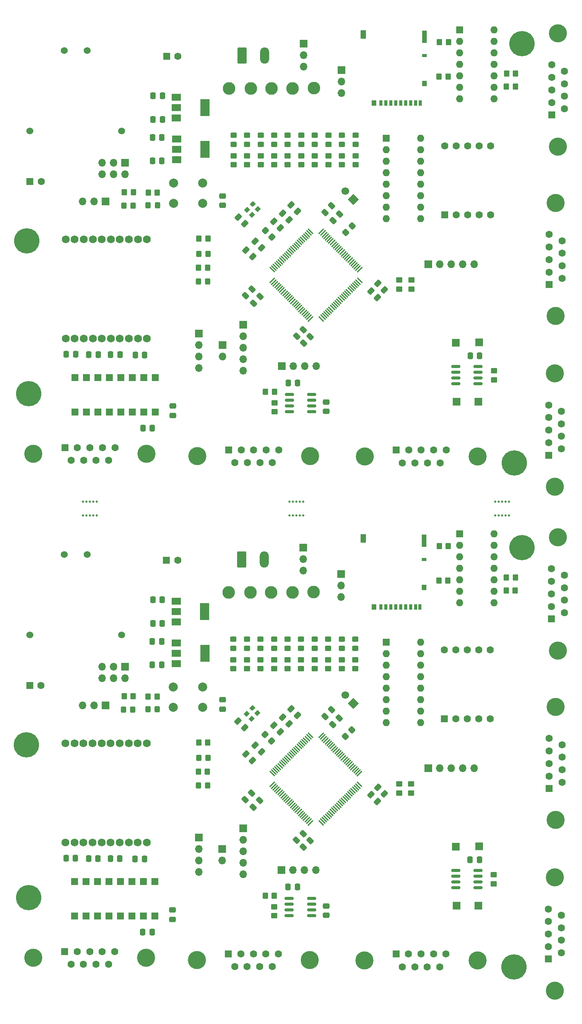
<source format=gbr>
%TF.GenerationSoftware,KiCad,Pcbnew,6.0.11-2627ca5db0~126~ubuntu20.04.1*%
%TF.CreationDate,2023-05-10T15:40:20+05:30*%
%TF.ProjectId,MVCU_F407,4d564355-5f46-4343-9037-2e6b69636164,rev?*%
%TF.SameCoordinates,Original*%
%TF.FileFunction,Soldermask,Top*%
%TF.FilePolarity,Negative*%
%FSLAX46Y46*%
G04 Gerber Fmt 4.6, Leading zero omitted, Abs format (unit mm)*
G04 Created by KiCad (PCBNEW 6.0.11-2627ca5db0~126~ubuntu20.04.1) date 2023-05-10 15:40:20*
%MOMM*%
%LPD*%
G01*
G04 APERTURE LIST*
G04 Aperture macros list*
%AMRoundRect*
0 Rectangle with rounded corners*
0 $1 Rounding radius*
0 $2 $3 $4 $5 $6 $7 $8 $9 X,Y pos of 4 corners*
0 Add a 4 corners polygon primitive as box body*
4,1,4,$2,$3,$4,$5,$6,$7,$8,$9,$2,$3,0*
0 Add four circle primitives for the rounded corners*
1,1,$1+$1,$2,$3*
1,1,$1+$1,$4,$5*
1,1,$1+$1,$6,$7*
1,1,$1+$1,$8,$9*
0 Add four rect primitives between the rounded corners*
20,1,$1+$1,$2,$3,$4,$5,0*
20,1,$1+$1,$4,$5,$6,$7,0*
20,1,$1+$1,$6,$7,$8,$9,0*
20,1,$1+$1,$8,$9,$2,$3,0*%
%AMHorizOval*
0 Thick line with rounded ends*
0 $1 width*
0 $2 $3 position (X,Y) of the first rounded end (center of the circle)*
0 $4 $5 position (X,Y) of the second rounded end (center of the circle)*
0 Add line between two ends*
20,1,$1,$2,$3,$4,$5,0*
0 Add two circle primitives to create the rounded ends*
1,1,$1,$2,$3*
1,1,$1,$4,$5*%
%AMRotRect*
0 Rectangle, with rotation*
0 The origin of the aperture is its center*
0 $1 length*
0 $2 width*
0 $3 Rotation angle, in degrees counterclockwise*
0 Add horizontal line*
21,1,$1,$2,0,0,$3*%
%AMOutline5P*
0 Free polygon, 5 corners , with rotation*
0 The origin of the aperture is its center*
0 number of corners: always 5*
0 $1 to $10 corner X, Y*
0 $11 Rotation angle, in degrees counterclockwise*
0 create outline with 5 corners*
4,1,5,$1,$2,$3,$4,$5,$6,$7,$8,$9,$10,$1,$2,$11*%
%AMOutline6P*
0 Free polygon, 6 corners , with rotation*
0 The origin of the aperture is its center*
0 number of corners: always 6*
0 $1 to $12 corner X, Y*
0 $13 Rotation angle, in degrees counterclockwise*
0 create outline with 6 corners*
4,1,6,$1,$2,$3,$4,$5,$6,$7,$8,$9,$10,$11,$12,$1,$2,$13*%
%AMOutline7P*
0 Free polygon, 7 corners , with rotation*
0 The origin of the aperture is its center*
0 number of corners: always 7*
0 $1 to $14 corner X, Y*
0 $15 Rotation angle, in degrees counterclockwise*
0 create outline with 7 corners*
4,1,7,$1,$2,$3,$4,$5,$6,$7,$8,$9,$10,$11,$12,$13,$14,$1,$2,$15*%
%AMOutline8P*
0 Free polygon, 8 corners , with rotation*
0 The origin of the aperture is its center*
0 number of corners: always 8*
0 $1 to $16 corner X, Y*
0 $17 Rotation angle, in degrees counterclockwise*
0 create outline with 8 corners*
4,1,8,$1,$2,$3,$4,$5,$6,$7,$8,$9,$10,$11,$12,$13,$14,$15,$16,$1,$2,$17*%
G04 Aperture macros list end*
%ADD10RoundRect,0.250000X-0.450000X0.325000X-0.450000X-0.325000X0.450000X-0.325000X0.450000X0.325000X0*%
%ADD11RoundRect,0.250000X-0.450000X0.350000X-0.450000X-0.350000X0.450000X-0.350000X0.450000X0.350000X0*%
%ADD12RoundRect,0.250000X0.325000X0.450000X-0.325000X0.450000X-0.325000X-0.450000X0.325000X-0.450000X0*%
%ADD13R,1.600000X1.600000*%
%ADD14O,1.600000X1.600000*%
%ADD15RoundRect,0.250000X-0.070711X0.565685X-0.565685X0.070711X0.070711X-0.565685X0.565685X-0.070711X0*%
%ADD16RoundRect,0.250000X-0.337500X-0.475000X0.337500X-0.475000X0.337500X0.475000X-0.337500X0.475000X0*%
%ADD17C,4.000000*%
%ADD18C,1.600000*%
%ADD19RoundRect,0.250000X-0.350000X-0.450000X0.350000X-0.450000X0.350000X0.450000X-0.350000X0.450000X0*%
%ADD20RoundRect,0.250000X0.574524X0.097227X0.097227X0.574524X-0.574524X-0.097227X-0.097227X-0.574524X0*%
%ADD21RoundRect,0.250000X-0.325000X-0.450000X0.325000X-0.450000X0.325000X0.450000X-0.325000X0.450000X0*%
%ADD22C,2.800000*%
%ADD23C,5.600000*%
%ADD24RoundRect,0.250000X0.097227X-0.574524X0.574524X-0.097227X-0.097227X0.574524X-0.574524X0.097227X0*%
%ADD25RoundRect,0.250000X0.350000X0.450000X-0.350000X0.450000X-0.350000X-0.450000X0.350000X-0.450000X0*%
%ADD26R,1.700000X1.700000*%
%ADD27O,1.700000X1.700000*%
%ADD28RoundRect,0.250000X-0.097227X0.574524X-0.574524X0.097227X0.097227X-0.574524X0.574524X-0.097227X0*%
%ADD29R,2.000000X1.500000*%
%ADD30R,2.000000X3.800000*%
%ADD31C,1.727200*%
%ADD32RoundRect,0.250000X0.337500X0.475000X-0.337500X0.475000X-0.337500X-0.475000X0.337500X-0.475000X0*%
%ADD33RotRect,1.700000X1.700000X225.000000*%
%ADD34HorizOval,1.700000X0.000000X0.000000X0.000000X0.000000X0*%
%ADD35C,0.500000*%
%ADD36RoundRect,0.250000X0.475000X-0.337500X0.475000X0.337500X-0.475000X0.337500X-0.475000X-0.337500X0*%
%ADD37R,0.700000X1.200000*%
%ADD38R,1.000000X0.800000*%
%ADD39R,1.300000X1.900000*%
%ADD40R,1.000000X1.200000*%
%ADD41R,1.000000X2.800000*%
%ADD42RoundRect,0.250000X-0.574524X-0.097227X-0.097227X-0.574524X0.574524X0.097227X0.097227X0.574524X0*%
%ADD43RoundRect,0.250000X-0.750000X-1.550000X0.750000X-1.550000X0.750000X1.550000X-0.750000X1.550000X0*%
%ADD44O,2.000000X3.600000*%
%ADD45RoundRect,0.250000X0.565685X0.070711X0.070711X0.565685X-0.565685X-0.070711X-0.070711X-0.565685X0*%
%ADD46RoundRect,0.075000X-0.565685X0.459619X0.459619X-0.565685X0.565685X-0.459619X-0.459619X0.565685X0*%
%ADD47RoundRect,0.075000X-0.565685X-0.459619X-0.459619X-0.565685X0.565685X0.459619X0.459619X0.565685X0*%
%ADD48Outline5P,-0.500000X0.450000X0.230000X0.450000X0.500000X0.180000X0.500000X-0.450000X-0.500000X-0.450000X225.000000*%
%ADD49RotRect,1.000000X0.900000X225.000000*%
%ADD50RoundRect,0.250000X0.450000X-0.350000X0.450000X0.350000X-0.450000X0.350000X-0.450000X-0.350000X0*%
%ADD51RoundRect,0.150000X-0.825000X-0.150000X0.825000X-0.150000X0.825000X0.150000X-0.825000X0.150000X0*%
%ADD52C,1.524000*%
%ADD53RoundRect,0.150000X0.825000X0.150000X-0.825000X0.150000X-0.825000X-0.150000X0.825000X-0.150000X0*%
%ADD54C,2.000000*%
G04 APERTURE END LIST*
D10*
%TO.C,D5*%
X100168000Y-107570000D03*
X100168000Y-109620000D03*
%TD*%
D11*
%TO.C,R17*%
X88168000Y-112095000D03*
X88168000Y-114095000D03*
%TD*%
D12*
%TO.C,D11*%
X68318000Y-123045000D03*
X66268000Y-123045000D03*
%TD*%
D13*
%TO.C,U1*%
X135264000Y-84289000D03*
D14*
X135264000Y-86829000D03*
X135264000Y-89369000D03*
X135264000Y-91909000D03*
X135264000Y-94449000D03*
X135264000Y-96989000D03*
X135264000Y-99529000D03*
X142884000Y-99529000D03*
X142884000Y-96989000D03*
X142884000Y-94449000D03*
X142884000Y-91909000D03*
X142884000Y-89369000D03*
X142884000Y-86829000D03*
X142884000Y-84289000D03*
%TD*%
D15*
%TO.C,R1*%
X111401107Y-127652893D03*
X109986893Y-129067107D03*
%TD*%
D13*
%TO.C,U14*%
X67854107Y-49757893D03*
X65314107Y-49757893D03*
X62774107Y-49757893D03*
X60234107Y-49757893D03*
X57694107Y-49757893D03*
X55154107Y-49757893D03*
X52614107Y-49757893D03*
X50074107Y-49757893D03*
X50074107Y-57377893D03*
X52614107Y-57377893D03*
X55154107Y-57377893D03*
X57694107Y-57377893D03*
X60234107Y-57377893D03*
X62774107Y-57377893D03*
X65314107Y-57377893D03*
X67854107Y-57377893D03*
%TD*%
D16*
%TO.C,C46*%
X63467500Y-44753000D03*
X65542500Y-44753000D03*
%TD*%
D17*
%TO.C,J33*%
X156384669Y-73831893D03*
X156384669Y-48831893D03*
D13*
X154964669Y-66871893D03*
D18*
X154964669Y-64101893D03*
X154964669Y-61331893D03*
X154964669Y-58561893D03*
X154964669Y-55791893D03*
X157804669Y-65486893D03*
X157804669Y-62716893D03*
X157804669Y-59946893D03*
X157804669Y-57176893D03*
%TD*%
D19*
%TO.C,R44*%
X66332000Y-8825000D03*
X68332000Y-8825000D03*
%TD*%
D20*
%TO.C,C13*%
X97494139Y-126253353D03*
X96026893Y-124786107D03*
%TD*%
D21*
%TO.C,D26*%
X60907000Y-11675000D03*
X62957000Y-11675000D03*
%TD*%
D22*
%TO.C,+Vin*%
X102947000Y-97118000D03*
%TD*%
D23*
%TO.C,H6*%
X39864107Y-53267893D03*
%TD*%
D19*
%TO.C,R5*%
X145564000Y-96814000D03*
X147564000Y-96814000D03*
%TD*%
D24*
%TO.C,C37*%
X99187160Y-40575000D03*
X100654406Y-39107754D03*
%TD*%
D25*
%TO.C,R29*%
X132703000Y16806000D03*
X130703000Y16806000D03*
%TD*%
D22*
%TO.C,-Vin*%
X98248000Y-97245000D03*
%TD*%
D13*
%TO.C,U19*%
X119037000Y3197500D03*
D14*
X119037000Y657500D03*
X119037000Y-1882500D03*
X119037000Y-4422500D03*
X119037000Y-6962500D03*
X119037000Y-9502500D03*
X119037000Y-12042500D03*
X119037000Y-14582500D03*
X126657000Y-14582500D03*
X126657000Y-12042500D03*
X126657000Y-9502500D03*
X126657000Y-6962500D03*
X126657000Y-4422500D03*
X126657000Y-1882500D03*
X126657000Y657500D03*
X126657000Y3197500D03*
%TD*%
D10*
%TO.C,D2*%
X109168000Y-107570000D03*
X109168000Y-109620000D03*
%TD*%
D16*
%TO.C,C49*%
X58006500Y-44675000D03*
X60081500Y-44675000D03*
%TD*%
D25*
%TO.C,R46*%
X63032000Y-8775000D03*
X61032000Y-8775000D03*
%TD*%
D17*
%TO.C,J6*%
X156499107Y-122551893D03*
X156499107Y-147551893D03*
D13*
X155079107Y-140591893D03*
D18*
X155079107Y-137821893D03*
X155079107Y-135051893D03*
X155079107Y-132281893D03*
X155079107Y-129511893D03*
X157919107Y-139206893D03*
X157919107Y-136436893D03*
X157919107Y-133666893D03*
X157919107Y-130896893D03*
%TD*%
D26*
%TO.C,J38*%
X61207000Y-2225000D03*
D27*
X61207000Y-4765000D03*
X58667000Y-2225000D03*
X58667000Y-4765000D03*
X56127000Y-2225000D03*
X56127000Y-4765000D03*
%TD*%
D11*
%TO.C,R12*%
X103168000Y-112095000D03*
X103168000Y-114095000D03*
%TD*%
D13*
%TO.C,C54*%
X70404349Y21325000D03*
D18*
X72904349Y21325000D03*
%TD*%
D26*
%TO.C,J35*%
X95857000Y-47175000D03*
D27*
X98397000Y-47175000D03*
X100937000Y-47175000D03*
X103477000Y-47175000D03*
%TD*%
D28*
%TO.C,C41*%
X91068623Y-31792377D03*
X89601377Y-33259623D03*
%TD*%
D19*
%TO.C,R19*%
X66293000Y-120245000D03*
X68293000Y-120245000D03*
%TD*%
D16*
%TO.C,C58*%
X48169500Y-44575000D03*
X50244500Y-44575000D03*
%TD*%
D25*
%TO.C,R48*%
X79549786Y-19000714D03*
X77549786Y-19000714D03*
%TD*%
D21*
%TO.C,D13*%
X77402000Y-139880500D03*
X79452000Y-139880500D03*
%TD*%
D28*
%TO.C,C6*%
X102139406Y-152051754D03*
X100672160Y-153519000D03*
%TD*%
D25*
%TO.C,R22*%
X79427000Y-136880500D03*
X77427000Y-136880500D03*
%TD*%
D29*
%TO.C,U15*%
X72607000Y3025000D03*
X72607000Y725000D03*
D30*
X78907000Y725000D03*
D29*
X72607000Y-1575000D03*
%TD*%
D26*
%TO.C,J31*%
X77557000Y-39975000D03*
D27*
X77557000Y-42515000D03*
X77557000Y-45055000D03*
X77557000Y-47595000D03*
%TD*%
D31*
%TO.C,U9*%
X47993660Y-152543200D03*
X49995180Y-152543200D03*
X51994160Y-152543200D03*
X53995680Y-152543200D03*
X55994660Y-152543200D03*
X57993640Y-152543200D03*
X59995160Y-152543200D03*
X61994140Y-152543200D03*
X63995660Y-152543200D03*
X65994640Y-152543200D03*
X65994640Y-130546800D03*
X63995660Y-130546800D03*
X61994140Y-130546800D03*
X59995160Y-130546800D03*
X57993640Y-130546800D03*
X55994660Y-130546800D03*
X53995680Y-130546800D03*
X51994160Y-130546800D03*
X49995180Y-130546800D03*
X47993660Y-130546800D03*
%TD*%
D10*
%TO.C,D22*%
X91207000Y3850000D03*
X91207000Y1800000D03*
%TD*%
D26*
%TO.C,J39*%
X56907000Y-10775000D03*
D27*
X54367000Y-10775000D03*
X51827000Y-10775000D03*
%TD*%
D11*
%TO.C,R11*%
X106168000Y-112095000D03*
X106168000Y-114095000D03*
%TD*%
D25*
%TO.C,R50*%
X94257000Y-52875000D03*
X92257000Y-52875000D03*
%TD*%
D26*
%TO.C,J41*%
X134609000Y-55040000D03*
%TD*%
D13*
%TO.C,U10*%
X131888000Y-125195000D03*
D18*
X134428000Y-125195000D03*
X136968000Y-125195000D03*
X139508000Y-125195000D03*
X142048000Y-125195000D03*
X142048000Y-109955000D03*
X139508000Y-109955000D03*
X136968000Y-109955000D03*
X134428000Y-109955000D03*
X131888000Y-109955000D03*
%TD*%
D32*
%TO.C,C26*%
X69405500Y-98845000D03*
X67330500Y-98845000D03*
%TD*%
D10*
%TO.C,D20*%
X97207000Y3850000D03*
X97207000Y1800000D03*
%TD*%
D11*
%TO.C,R18*%
X85168000Y-112095000D03*
X85168000Y-114095000D03*
%TD*%
D16*
%TO.C,C19*%
X57967500Y-156095000D03*
X60042500Y-156095000D03*
%TD*%
D32*
%TO.C,C23*%
X69405500Y-104045000D03*
X67330500Y-104045000D03*
%TD*%
D23*
%TO.C,H5*%
X147357000Y-68575000D03*
%TD*%
D16*
%TO.C,C25*%
X137594500Y-156294500D03*
X139669500Y-156294500D03*
%TD*%
D10*
%TO.C,D3*%
X106168000Y-107570000D03*
X106168000Y-109620000D03*
%TD*%
D32*
%TO.C,C48*%
X67201607Y-60867893D03*
X65126607Y-60867893D03*
%TD*%
D33*
%TO.C,J36*%
X111758562Y-10326562D03*
D34*
X109962511Y-8530511D03*
%TD*%
D17*
%TO.C,J26*%
X65904107Y-66607562D03*
X40904107Y-66607562D03*
D13*
X47864107Y-65187562D03*
D18*
X50634107Y-65187562D03*
X53404107Y-65187562D03*
X56174107Y-65187562D03*
X58944107Y-65187562D03*
X49249107Y-68027562D03*
X52019107Y-68027562D03*
X54789107Y-68027562D03*
X57559107Y-68027562D03*
%TD*%
D26*
%TO.C,J34*%
X128332000Y-24675000D03*
D27*
X130872000Y-24675000D03*
X133412000Y-24675000D03*
X135952000Y-24675000D03*
X138492000Y-24675000D03*
%TD*%
D25*
%TO.C,R27*%
X132803000Y24406000D03*
X130803000Y24406000D03*
%TD*%
D23*
%TO.C,H4*%
X149048000Y-87339000D03*
%TD*%
D20*
%TO.C,C10*%
X117054730Y-143436516D03*
X115587484Y-141969270D03*
%TD*%
D21*
%TO.C,D27*%
X77441000Y-28460500D03*
X79491000Y-28460500D03*
%TD*%
D23*
%TO.C,H2*%
X39825107Y-164687893D03*
%TD*%
D17*
%TO.C,J29*%
X77154107Y-67107562D03*
X102154107Y-67107562D03*
D13*
X84114107Y-65687562D03*
D18*
X86884107Y-65687562D03*
X89654107Y-65687562D03*
X92424107Y-65687562D03*
X95194107Y-65687562D03*
X85499107Y-68527562D03*
X88269107Y-68527562D03*
X91039107Y-68527562D03*
X93809107Y-68527562D03*
%TD*%
D10*
%TO.C,D23*%
X88207000Y3850000D03*
X88207000Y1800000D03*
%TD*%
D20*
%TO.C,C2*%
X99362623Y-124394623D03*
X97895377Y-122927377D03*
%TD*%
D10*
%TO.C,D21*%
X94207000Y3850000D03*
X94207000Y1800000D03*
%TD*%
D25*
%TO.C,R4*%
X132664000Y-94614000D03*
X130664000Y-94614000D03*
%TD*%
%TO.C,R2*%
X132764000Y-87014000D03*
X130764000Y-87014000D03*
%TD*%
D26*
%TO.C,J2*%
X87318000Y-149420000D03*
D27*
X87318000Y-151960000D03*
X87318000Y-154500000D03*
X87318000Y-157040000D03*
X87318000Y-159580000D03*
%TD*%
D17*
%TO.C,J7*%
X77115107Y-178527562D03*
X102115107Y-178527562D03*
D13*
X84075107Y-177107562D03*
D18*
X86845107Y-177107562D03*
X89615107Y-177107562D03*
X92385107Y-177107562D03*
X95155107Y-177107562D03*
X85460107Y-179947562D03*
X88230107Y-179947562D03*
X91000107Y-179947562D03*
X93770107Y-179947562D03*
%TD*%
D11*
%TO.C,R33*%
X124576000Y-28132000D03*
X124576000Y-30132000D03*
%TD*%
D10*
%TO.C,D6*%
X97168000Y-107570000D03*
X97168000Y-109620000D03*
%TD*%
D32*
%TO.C,C17*%
X69305500Y-113245000D03*
X67230500Y-113245000D03*
%TD*%
D29*
%TO.C,U6*%
X72518000Y-99145000D03*
X72518000Y-101445000D03*
D30*
X78818000Y-101445000D03*
D29*
X72518000Y-103745000D03*
%TD*%
D24*
%TO.C,C34*%
X107205377Y-15006623D03*
X108672623Y-13539377D03*
%TD*%
D12*
%TO.C,D25*%
X68357000Y-11625000D03*
X66307000Y-11625000D03*
%TD*%
D22*
%TO.C,3V1*%
X89016000Y14175000D03*
%TD*%
D11*
%TO.C,R7*%
X121870000Y-139552000D03*
X121870000Y-141552000D03*
%TD*%
%TO.C,R13*%
X100168000Y-112095000D03*
X100168000Y-114095000D03*
%TD*%
D35*
%TO.C,mouse-bite-3mm-slot*%
X97619000Y-80195000D03*
X97619000Y-77195000D03*
X99893000Y-80195000D03*
X100655000Y-77195000D03*
X99905000Y-77195000D03*
X98393000Y-77195000D03*
X99143000Y-80195000D03*
X100655000Y-80195000D03*
X99143000Y-77195000D03*
X98393000Y-80195000D03*
%TD*%
D10*
%TO.C,D15*%
X112207000Y3850000D03*
X112207000Y1800000D03*
%TD*%
D36*
%TO.C,C59*%
X105757000Y-57212500D03*
X105757000Y-55137500D03*
%TD*%
D17*
%TO.C,J11*%
X157018776Y-85051893D03*
X157018776Y-110051893D03*
D13*
X155598776Y-103091893D03*
D18*
X155598776Y-100321893D03*
X155598776Y-97551893D03*
X155598776Y-94781893D03*
X155598776Y-92011893D03*
X158438776Y-101706893D03*
X158438776Y-98936893D03*
X158438776Y-96166893D03*
X158438776Y-93396893D03*
%TD*%
D25*
%TO.C,R47*%
X79466000Y-25460500D03*
X77466000Y-25460500D03*
%TD*%
D28*
%TO.C,C44*%
X89290623Y-30141377D03*
X87823377Y-31608623D03*
%TD*%
D26*
%TO.C,J20*%
X134570000Y-166460000D03*
%TD*%
%TO.C,J13*%
X128293000Y-136095000D03*
D27*
X130833000Y-136095000D03*
X133373000Y-136095000D03*
X135913000Y-136095000D03*
X138453000Y-136095000D03*
%TD*%
D20*
%TO.C,C43*%
X97533139Y-14833353D03*
X96065893Y-13366107D03*
%TD*%
D13*
%TO.C,U3*%
X67815107Y-161177893D03*
X65275107Y-161177893D03*
X62735107Y-161177893D03*
X60195107Y-161177893D03*
X57655107Y-161177893D03*
X55115107Y-161177893D03*
X52575107Y-161177893D03*
X50035107Y-161177893D03*
X50035107Y-168797893D03*
X52575107Y-168797893D03*
X55115107Y-168797893D03*
X57655107Y-168797893D03*
X60195107Y-168797893D03*
X62735107Y-168797893D03*
X65275107Y-168797893D03*
X67815107Y-168797893D03*
%TD*%
D26*
%TO.C,J16*%
X100661000Y-87354000D03*
D27*
X100661000Y-89894000D03*
X100661000Y-92434000D03*
%TD*%
D32*
%TO.C,C56*%
X69444500Y12575000D03*
X67369500Y12575000D03*
%TD*%
D26*
%TO.C,J10*%
X77518000Y-151395000D03*
D27*
X77518000Y-153935000D03*
X77518000Y-156475000D03*
X77518000Y-159015000D03*
%TD*%
D10*
%TO.C,D18*%
X103207000Y3850000D03*
X103207000Y1800000D03*
%TD*%
D37*
%TO.C,J3*%
X117819000Y-100404000D03*
X118919000Y-100404000D03*
X120019000Y-100404000D03*
X121119000Y-100404000D03*
X122219000Y-100404000D03*
X123319000Y-100404000D03*
X124419000Y-100404000D03*
X125519000Y-100404000D03*
X126469000Y-100404000D03*
D38*
X127419000Y-89904000D03*
D39*
X113919000Y-85304000D03*
D40*
X116269000Y-100404000D03*
X127419000Y-96104000D03*
D41*
X127419000Y-85754000D03*
%TD*%
D24*
%TO.C,C7*%
X99148160Y-151995000D03*
X100615406Y-150527754D03*
%TD*%
D32*
%TO.C,C53*%
X69444500Y7375000D03*
X67369500Y7375000D03*
%TD*%
D17*
%TO.C,J12*%
X156345669Y-185251893D03*
X156345669Y-160251893D03*
D13*
X154925669Y-178291893D03*
D18*
X154925669Y-175521893D03*
X154925669Y-172751893D03*
X154925669Y-169981893D03*
X154925669Y-167211893D03*
X157765669Y-176906893D03*
X157765669Y-174136893D03*
X157765669Y-171366893D03*
X157765669Y-168596893D03*
%TD*%
D32*
%TO.C,C18*%
X67162607Y-172287893D03*
X65087607Y-172287893D03*
%TD*%
D15*
%TO.C,R26*%
X111440107Y-16232893D03*
X110025893Y-17647107D03*
%TD*%
D16*
%TO.C,C22*%
X53141500Y-156046000D03*
X55216500Y-156046000D03*
%TD*%
D26*
%TO.C,J21*%
X139550000Y-153350000D03*
%TD*%
D11*
%TO.C,R16*%
X91168000Y-112095000D03*
X91168000Y-114095000D03*
%TD*%
D10*
%TO.C,D9*%
X88168000Y-107570000D03*
X88168000Y-109620000D03*
%TD*%
D29*
%TO.C,U17*%
X72557000Y12275000D03*
X72557000Y9975000D03*
D30*
X78857000Y9975000D03*
D29*
X72557000Y7675000D03*
%TD*%
D16*
%TO.C,C16*%
X63428500Y-156173000D03*
X65503500Y-156173000D03*
%TD*%
D13*
%TO.C,U8*%
X118998000Y-108222500D03*
D14*
X118998000Y-110762500D03*
X118998000Y-113302500D03*
X118998000Y-115842500D03*
X118998000Y-118382500D03*
X118998000Y-120922500D03*
X118998000Y-123462500D03*
X118998000Y-126002500D03*
X126618000Y-126002500D03*
X126618000Y-123462500D03*
X126618000Y-120922500D03*
X126618000Y-118382500D03*
X126618000Y-115842500D03*
X126618000Y-113302500D03*
X126618000Y-110762500D03*
X126618000Y-108222500D03*
%TD*%
D23*
%TO.C,H3*%
X39368000Y-130895000D03*
%TD*%
D22*
%TO.C,+5V*%
X84151000Y-97245000D03*
%TD*%
D26*
%TO.C,J42*%
X139589000Y-41930000D03*
%TD*%
D42*
%TO.C,C35*%
X117150484Y-28898270D03*
X118617730Y-30365516D03*
%TD*%
D36*
%TO.C,C3*%
X82754000Y-123047500D03*
X82754000Y-120972500D03*
%TD*%
D29*
%TO.C,U4*%
X72568000Y-108395000D03*
X72568000Y-110695000D03*
D30*
X78868000Y-110695000D03*
D29*
X72568000Y-112995000D03*
%TD*%
D10*
%TO.C,D4*%
X103168000Y-107570000D03*
X103168000Y-109620000D03*
%TD*%
D16*
%TO.C,C52*%
X53180500Y-44626000D03*
X55255500Y-44626000D03*
%TD*%
D43*
%TO.C,J5*%
X87045107Y-89966500D03*
D44*
X92045107Y-89966500D03*
%TD*%
D17*
%TO.C,J32*%
X157057776Y1368107D03*
X157057776Y26368107D03*
D13*
X155637776Y8328107D03*
D18*
X155637776Y11098107D03*
X155637776Y13868107D03*
X155637776Y16638107D03*
X155637776Y19408107D03*
X158477776Y9713107D03*
X158477776Y12483107D03*
X158477776Y15253107D03*
X158477776Y18023107D03*
%TD*%
D43*
%TO.C,J27*%
X87084107Y21453500D03*
D44*
X92084107Y21453500D03*
%TD*%
D20*
%TO.C,C45*%
X89433516Y-22989730D03*
X87966270Y-21522484D03*
%TD*%
D45*
%TO.C,R28*%
X93660107Y-18663107D03*
X92245893Y-17248893D03*
%TD*%
D46*
%TO.C,U13*%
X102279703Y-17398208D03*
X101926150Y-17751761D03*
X101572596Y-18105315D03*
X101219043Y-18458868D03*
X100865490Y-18812421D03*
X100511936Y-19165975D03*
X100158383Y-19519528D03*
X99804829Y-19873082D03*
X99451276Y-20226635D03*
X99097723Y-20580188D03*
X98744169Y-20933742D03*
X98390616Y-21287295D03*
X98037062Y-21640848D03*
X97683509Y-21994402D03*
X97329956Y-22347955D03*
X96976402Y-22701509D03*
X96622849Y-23055062D03*
X96269296Y-23408615D03*
X95915742Y-23762169D03*
X95562189Y-24115722D03*
X95208635Y-24469276D03*
X94855082Y-24822829D03*
X94501529Y-25176382D03*
X94147975Y-25529936D03*
X93794422Y-25883489D03*
D47*
X93794422Y-28252297D03*
X94147975Y-28605850D03*
X94501529Y-28959404D03*
X94855082Y-29312957D03*
X95208635Y-29666510D03*
X95562189Y-30020064D03*
X95915742Y-30373617D03*
X96269296Y-30727171D03*
X96622849Y-31080724D03*
X96976402Y-31434277D03*
X97329956Y-31787831D03*
X97683509Y-32141384D03*
X98037062Y-32494938D03*
X98390616Y-32848491D03*
X98744169Y-33202044D03*
X99097723Y-33555598D03*
X99451276Y-33909151D03*
X99804829Y-34262704D03*
X100158383Y-34616258D03*
X100511936Y-34969811D03*
X100865490Y-35323365D03*
X101219043Y-35676918D03*
X101572596Y-36030471D03*
X101926150Y-36384025D03*
X102279703Y-36737578D03*
D46*
X104648511Y-36737578D03*
X105002064Y-36384025D03*
X105355618Y-36030471D03*
X105709171Y-35676918D03*
X106062724Y-35323365D03*
X106416278Y-34969811D03*
X106769831Y-34616258D03*
X107123385Y-34262704D03*
X107476938Y-33909151D03*
X107830491Y-33555598D03*
X108184045Y-33202044D03*
X108537598Y-32848491D03*
X108891152Y-32494938D03*
X109244705Y-32141384D03*
X109598258Y-31787831D03*
X109951812Y-31434277D03*
X110305365Y-31080724D03*
X110658918Y-30727171D03*
X111012472Y-30373617D03*
X111366025Y-30020064D03*
X111719579Y-29666510D03*
X112073132Y-29312957D03*
X112426685Y-28959404D03*
X112780239Y-28605850D03*
X113133792Y-28252297D03*
D47*
X113133792Y-25883489D03*
X112780239Y-25529936D03*
X112426685Y-25176382D03*
X112073132Y-24822829D03*
X111719579Y-24469276D03*
X111366025Y-24115722D03*
X111012472Y-23762169D03*
X110658918Y-23408615D03*
X110305365Y-23055062D03*
X109951812Y-22701509D03*
X109598258Y-22347955D03*
X109244705Y-21994402D03*
X108891152Y-21640848D03*
X108537598Y-21287295D03*
X108184045Y-20933742D03*
X107830491Y-20580188D03*
X107476938Y-20226635D03*
X107123385Y-19873082D03*
X106769831Y-19519528D03*
X106416278Y-19165975D03*
X106062724Y-18812421D03*
X105709171Y-18458868D03*
X105355618Y-18105315D03*
X105002064Y-17751761D03*
X104648511Y-17398208D03*
%TD*%
D42*
%TO.C,C8*%
X86184377Y-125661377D03*
X87651623Y-127128623D03*
%TD*%
D20*
%TO.C,C1*%
X95552623Y-128077623D03*
X94085377Y-126610377D03*
%TD*%
D28*
%TO.C,C14*%
X89251623Y-141561377D03*
X87784377Y-143028623D03*
%TD*%
D48*
%TO.C,Y2*%
X89445388Y-11355996D03*
D49*
X88172596Y-12628788D03*
X89268612Y-13724803D03*
X90541404Y-12444940D03*
%TD*%
D26*
%TO.C,J17*%
X61168000Y-113645000D03*
D27*
X61168000Y-116185000D03*
X58628000Y-113645000D03*
X58628000Y-116185000D03*
X56088000Y-113645000D03*
X56088000Y-116185000D03*
%TD*%
D50*
%TO.C,R49*%
X94257000Y-57275000D03*
X94257000Y-55275000D03*
%TD*%
D11*
%TO.C,R20*%
X142825000Y-159618000D03*
X142825000Y-161618000D03*
%TD*%
D36*
%TO.C,C21*%
X71705000Y-169508000D03*
X71705000Y-167433000D03*
%TD*%
D28*
%TO.C,C11*%
X91029623Y-143212377D03*
X89562377Y-144679623D03*
%TD*%
D26*
%TO.C,J22*%
X139396000Y-166460000D03*
%TD*%
D19*
%TO.C,R31*%
X145653000Y17506000D03*
X147653000Y17506000D03*
%TD*%
D10*
%TO.C,D1*%
X112168000Y-107570000D03*
X112168000Y-109620000D03*
%TD*%
D13*
%TO.C,U21*%
X131927000Y-13775000D03*
D18*
X134467000Y-13775000D03*
X137007000Y-13775000D03*
X139547000Y-13775000D03*
X142087000Y-13775000D03*
X142087000Y1465000D03*
X139547000Y1465000D03*
X137007000Y1465000D03*
X134467000Y1465000D03*
X131927000Y1465000D03*
%TD*%
D20*
%TO.C,C40*%
X117093730Y-32016516D03*
X115626484Y-30549270D03*
%TD*%
D16*
%TO.C,C28*%
X48130500Y-155995000D03*
X50205500Y-155995000D03*
%TD*%
D11*
%TO.C,R38*%
X100207000Y-675000D03*
X100207000Y-2675000D03*
%TD*%
D42*
%TO.C,C5*%
X117111484Y-140318270D03*
X118578730Y-141785516D03*
%TD*%
%TO.C,C38*%
X86223377Y-14241377D03*
X87690623Y-15708623D03*
%TD*%
D17*
%TO.C,J4*%
X40865107Y-178027562D03*
X65865107Y-178027562D03*
D13*
X47825107Y-176607562D03*
D18*
X50595107Y-176607562D03*
X53365107Y-176607562D03*
X56135107Y-176607562D03*
X58905107Y-176607562D03*
X49210107Y-179447562D03*
X51980107Y-179447562D03*
X54750107Y-179447562D03*
X57520107Y-179447562D03*
%TD*%
D26*
%TO.C,J14*%
X95818000Y-158595000D03*
D27*
X98358000Y-158595000D03*
X100898000Y-158595000D03*
X103438000Y-158595000D03*
%TD*%
D25*
%TO.C,R25*%
X94218000Y-164295000D03*
X92218000Y-164295000D03*
%TD*%
D20*
%TO.C,C39*%
X91437139Y-21056353D03*
X89969893Y-19589107D03*
%TD*%
D21*
%TO.C,D12*%
X60868000Y-123095000D03*
X62918000Y-123095000D03*
%TD*%
D11*
%TO.C,R40*%
X94207000Y-675000D03*
X94207000Y-2675000D03*
%TD*%
D23*
%TO.C,H1*%
X147318000Y-179995000D03*
%TD*%
D26*
%TO.C,J18*%
X56868000Y-122195000D03*
D27*
X54328000Y-122195000D03*
X51788000Y-122195000D03*
%TD*%
D35*
%TO.C,mouse-bite-3mm-slot*%
X143169000Y-80195000D03*
X143169000Y-77195000D03*
X145443000Y-80195000D03*
X146205000Y-77195000D03*
X145455000Y-77195000D03*
X143943000Y-77195000D03*
X144693000Y-80195000D03*
X146205000Y-80195000D03*
X144693000Y-77195000D03*
X143943000Y-80195000D03*
%TD*%
D22*
%TO.C,GND1*%
X93588000Y14175000D03*
%TD*%
%TO.C,3V3*%
X88977000Y-97245000D03*
%TD*%
D31*
%TO.C,U20*%
X48032660Y-41123200D03*
X50034180Y-41123200D03*
X52033160Y-41123200D03*
X54034680Y-41123200D03*
X56033660Y-41123200D03*
X58032640Y-41123200D03*
X60034160Y-41123200D03*
X62033140Y-41123200D03*
X64034660Y-41123200D03*
X66033640Y-41123200D03*
X66033640Y-19126800D03*
X64034660Y-19126800D03*
X62033140Y-19126800D03*
X60034160Y-19126800D03*
X58032640Y-19126800D03*
X56033660Y-19126800D03*
X54034680Y-19126800D03*
X52033160Y-19126800D03*
X50034180Y-19126800D03*
X48032660Y-19126800D03*
%TD*%
D23*
%TO.C,H7*%
X39407000Y-19475000D03*
%TD*%
D35*
%TO.C,mouse-bite-3mm-slot*%
X51869000Y-80195000D03*
X51869000Y-77195000D03*
X54143000Y-80195000D03*
X54905000Y-77195000D03*
X54155000Y-77195000D03*
X52643000Y-77195000D03*
X53393000Y-80195000D03*
X54905000Y-80195000D03*
X53393000Y-77195000D03*
X52643000Y-80195000D03*
%TD*%
D51*
%TO.C,U16*%
X134420000Y-47293000D03*
X134420000Y-48563000D03*
X134420000Y-49833000D03*
X134420000Y-51103000D03*
X139370000Y-51103000D03*
X139370000Y-49833000D03*
X139370000Y-48563000D03*
X139370000Y-47293000D03*
%TD*%
D32*
%TO.C,C20*%
X69305500Y-108095000D03*
X67230500Y-108095000D03*
%TD*%
D10*
%TO.C,D16*%
X109207000Y3850000D03*
X109207000Y1800000D03*
%TD*%
D45*
%TO.C,R3*%
X93621107Y-130083107D03*
X92206893Y-128668893D03*
%TD*%
D13*
%TO.C,U12*%
X135303000Y27131000D03*
D14*
X135303000Y24591000D03*
X135303000Y22051000D03*
X135303000Y19511000D03*
X135303000Y16971000D03*
X135303000Y14431000D03*
X135303000Y11891000D03*
X142923000Y11891000D03*
X142923000Y14431000D03*
X142923000Y16971000D03*
X142923000Y19511000D03*
X142923000Y22051000D03*
X142923000Y24591000D03*
X142923000Y27131000D03*
%TD*%
D52*
%TO.C,U18*%
X52804107Y22611107D03*
X47724107Y22611107D03*
X40104107Y4831107D03*
X60424107Y4831107D03*
%TD*%
D11*
%TO.C,R9*%
X112168000Y-112095000D03*
X112168000Y-114095000D03*
%TD*%
D16*
%TO.C,C55*%
X137633500Y-44874500D03*
X139708500Y-44874500D03*
%TD*%
D11*
%TO.C,R14*%
X97168000Y-112095000D03*
X97168000Y-114095000D03*
%TD*%
%TO.C,R37*%
X103207000Y-675000D03*
X103207000Y-2675000D03*
%TD*%
D20*
%TO.C,C31*%
X95591623Y-16657623D03*
X94124377Y-15190377D03*
%TD*%
D17*
%TO.C,J8*%
X139215107Y-178577562D03*
X114215107Y-178577562D03*
D13*
X121175107Y-177157562D03*
D18*
X123945107Y-177157562D03*
X126715107Y-177157562D03*
X129485107Y-177157562D03*
X132255107Y-177157562D03*
X122560107Y-179997562D03*
X125330107Y-179997562D03*
X128100107Y-179997562D03*
X130870107Y-179997562D03*
%TD*%
D10*
%TO.C,D10*%
X85168000Y-107570000D03*
X85168000Y-109620000D03*
%TD*%
D11*
%TO.C,R8*%
X124537000Y-139552000D03*
X124537000Y-141552000D03*
%TD*%
D22*
%TO.C,+5V1*%
X84190000Y14175000D03*
%TD*%
D48*
%TO.C,Y1*%
X89406388Y-122775996D03*
D49*
X88133596Y-124048788D03*
X89229612Y-125144803D03*
X90502404Y-123864940D03*
%TD*%
D10*
%TO.C,D17*%
X106207000Y3850000D03*
X106207000Y1800000D03*
%TD*%
D32*
%TO.C,C60*%
X99394500Y-50875000D03*
X97319500Y-50875000D03*
%TD*%
D11*
%TO.C,R41*%
X91207000Y-675000D03*
X91207000Y-2675000D03*
%TD*%
D21*
%TO.C,D14*%
X77485786Y-133820714D03*
X79535786Y-133820714D03*
%TD*%
D24*
%TO.C,C42*%
X105473754Y-13200246D03*
X106941000Y-11733000D03*
%TD*%
D22*
%TO.C,-Vin1*%
X98287000Y14175000D03*
%TD*%
D46*
%TO.C,U2*%
X102240703Y-128818208D03*
X101887150Y-129171761D03*
X101533596Y-129525315D03*
X101180043Y-129878868D03*
X100826490Y-130232421D03*
X100472936Y-130585975D03*
X100119383Y-130939528D03*
X99765829Y-131293082D03*
X99412276Y-131646635D03*
X99058723Y-132000188D03*
X98705169Y-132353742D03*
X98351616Y-132707295D03*
X97998062Y-133060848D03*
X97644509Y-133414402D03*
X97290956Y-133767955D03*
X96937402Y-134121509D03*
X96583849Y-134475062D03*
X96230296Y-134828615D03*
X95876742Y-135182169D03*
X95523189Y-135535722D03*
X95169635Y-135889276D03*
X94816082Y-136242829D03*
X94462529Y-136596382D03*
X94108975Y-136949936D03*
X93755422Y-137303489D03*
D47*
X93755422Y-139672297D03*
X94108975Y-140025850D03*
X94462529Y-140379404D03*
X94816082Y-140732957D03*
X95169635Y-141086510D03*
X95523189Y-141440064D03*
X95876742Y-141793617D03*
X96230296Y-142147171D03*
X96583849Y-142500724D03*
X96937402Y-142854277D03*
X97290956Y-143207831D03*
X97644509Y-143561384D03*
X97998062Y-143914938D03*
X98351616Y-144268491D03*
X98705169Y-144622044D03*
X99058723Y-144975598D03*
X99412276Y-145329151D03*
X99765829Y-145682704D03*
X100119383Y-146036258D03*
X100472936Y-146389811D03*
X100826490Y-146743365D03*
X101180043Y-147096918D03*
X101533596Y-147450471D03*
X101887150Y-147804025D03*
X102240703Y-148157578D03*
D46*
X104609511Y-148157578D03*
X104963064Y-147804025D03*
X105316618Y-147450471D03*
X105670171Y-147096918D03*
X106023724Y-146743365D03*
X106377278Y-146389811D03*
X106730831Y-146036258D03*
X107084385Y-145682704D03*
X107437938Y-145329151D03*
X107791491Y-144975598D03*
X108145045Y-144622044D03*
X108498598Y-144268491D03*
X108852152Y-143914938D03*
X109205705Y-143561384D03*
X109559258Y-143207831D03*
X109912812Y-142854277D03*
X110266365Y-142500724D03*
X110619918Y-142147171D03*
X110973472Y-141793617D03*
X111327025Y-141440064D03*
X111680579Y-141086510D03*
X112034132Y-140732957D03*
X112387685Y-140379404D03*
X112741239Y-140025850D03*
X113094792Y-139672297D03*
D47*
X113094792Y-137303489D03*
X112741239Y-136949936D03*
X112387685Y-136596382D03*
X112034132Y-136242829D03*
X111680579Y-135889276D03*
X111327025Y-135535722D03*
X110973472Y-135182169D03*
X110619918Y-134828615D03*
X110266365Y-134475062D03*
X109912812Y-134121509D03*
X109559258Y-133767955D03*
X109205705Y-133414402D03*
X108852152Y-133060848D03*
X108498598Y-132707295D03*
X108145045Y-132353742D03*
X107791491Y-132000188D03*
X107437938Y-131646635D03*
X107084385Y-131293082D03*
X106730831Y-130939528D03*
X106377278Y-130585975D03*
X106023724Y-130232421D03*
X105670171Y-129878868D03*
X105316618Y-129525315D03*
X104963064Y-129171761D03*
X104609511Y-128818208D03*
%TD*%
D26*
%TO.C,J40*%
X134439000Y-42005000D03*
%TD*%
D20*
%TO.C,C15*%
X89394516Y-134409730D03*
X87927270Y-132942484D03*
%TD*%
D11*
%TO.C,R42*%
X88207000Y-675000D03*
X88207000Y-2675000D03*
%TD*%
D32*
%TO.C,C50*%
X69344500Y3325000D03*
X67269500Y3325000D03*
%TD*%
D53*
%TO.C,U22*%
X102532000Y-57280000D03*
X102532000Y-56010000D03*
X102532000Y-54740000D03*
X102532000Y-53470000D03*
X97582000Y-53470000D03*
X97582000Y-54740000D03*
X97582000Y-56010000D03*
X97582000Y-57280000D03*
%TD*%
D26*
%TO.C,J9*%
X109082000Y18250000D03*
D27*
X109082000Y15710000D03*
X109082000Y13170000D03*
%TD*%
D11*
%TO.C,R39*%
X97207000Y-675000D03*
X97207000Y-2675000D03*
%TD*%
D54*
%TO.C,SW1*%
X78375107Y-118137893D03*
X71875107Y-118137893D03*
X78375107Y-122637893D03*
X71875107Y-122637893D03*
%TD*%
D10*
%TO.C,D19*%
X100207000Y3850000D03*
X100207000Y1800000D03*
%TD*%
D11*
%TO.C,R15*%
X94168000Y-112095000D03*
X94168000Y-114095000D03*
%TD*%
D26*
%TO.C,J19*%
X134400000Y-153425000D03*
%TD*%
D19*
%TO.C,R30*%
X145603000Y14606000D03*
X147603000Y14606000D03*
%TD*%
D13*
%TO.C,C27*%
X40065349Y-117795000D03*
D18*
X42565349Y-117795000D03*
%TD*%
D25*
%TO.C,R21*%
X62993000Y-120195000D03*
X60993000Y-120195000D03*
%TD*%
D33*
%TO.C,J15*%
X111719562Y-121746562D03*
D34*
X109923511Y-119950511D03*
%TD*%
D20*
%TO.C,C9*%
X91398139Y-132476353D03*
X89930893Y-131009107D03*
%TD*%
D13*
%TO.C,C57*%
X40104349Y-6375000D03*
D18*
X42604349Y-6375000D03*
%TD*%
D11*
%TO.C,R10*%
X109168000Y-112095000D03*
X109168000Y-114095000D03*
%TD*%
D52*
%TO.C,U7*%
X52765107Y-88808893D03*
X47685107Y-88808893D03*
X40065107Y-106588893D03*
X60385107Y-106588893D03*
%TD*%
D51*
%TO.C,U5*%
X134381000Y-158713000D03*
X134381000Y-159983000D03*
X134381000Y-161253000D03*
X134381000Y-162523000D03*
X139331000Y-162523000D03*
X139331000Y-161253000D03*
X139331000Y-159983000D03*
X139331000Y-158713000D03*
%TD*%
D11*
%TO.C,R34*%
X112207000Y-675000D03*
X112207000Y-2675000D03*
%TD*%
D53*
%TO.C,U11*%
X102493000Y-168700000D03*
X102493000Y-167430000D03*
X102493000Y-166160000D03*
X102493000Y-164890000D03*
X97543000Y-164890000D03*
X97543000Y-166160000D03*
X97543000Y-167430000D03*
X97543000Y-168700000D03*
%TD*%
D28*
%TO.C,C36*%
X102178406Y-40631754D03*
X100711160Y-42099000D03*
%TD*%
D10*
%TO.C,D24*%
X85207000Y3850000D03*
X85207000Y1800000D03*
%TD*%
D24*
%TO.C,C12*%
X105434754Y-124620246D03*
X106902000Y-123153000D03*
%TD*%
D11*
%TO.C,R43*%
X85207000Y-675000D03*
X85207000Y-2675000D03*
%TD*%
D19*
%TO.C,R6*%
X145614000Y-93914000D03*
X147614000Y-93914000D03*
%TD*%
D26*
%TO.C,J44*%
X82757000Y-42540000D03*
D27*
X82757000Y-45080000D03*
%TD*%
D32*
%TO.C,C30*%
X99355500Y-162295000D03*
X97280500Y-162295000D03*
%TD*%
D22*
%TO.C,GND*%
X93549000Y-97245000D03*
%TD*%
D26*
%TO.C,J1*%
X109043000Y-93170000D03*
D27*
X109043000Y-95710000D03*
X109043000Y-98250000D03*
%TD*%
D17*
%TO.C,J30*%
X139254107Y-67157562D03*
X114254107Y-67157562D03*
D13*
X121214107Y-65737562D03*
D18*
X123984107Y-65737562D03*
X126754107Y-65737562D03*
X129524107Y-65737562D03*
X132294107Y-65737562D03*
X122599107Y-68577562D03*
X125369107Y-68577562D03*
X128139107Y-68577562D03*
X130909107Y-68577562D03*
%TD*%
D17*
%TO.C,J28*%
X156538107Y-11131893D03*
X156538107Y-36131893D03*
D13*
X155118107Y-29171893D03*
D18*
X155118107Y-26401893D03*
X155118107Y-23631893D03*
X155118107Y-20861893D03*
X155118107Y-18091893D03*
X157958107Y-27786893D03*
X157958107Y-25016893D03*
X157958107Y-22246893D03*
X157958107Y-19476893D03*
%TD*%
D11*
%TO.C,R32*%
X121909000Y-28132000D03*
X121909000Y-30132000D03*
%TD*%
D36*
%TO.C,C51*%
X71744000Y-58088000D03*
X71744000Y-56013000D03*
%TD*%
D25*
%TO.C,R23*%
X79510786Y-130420714D03*
X77510786Y-130420714D03*
%TD*%
D21*
%TO.C,D28*%
X77524786Y-22400714D03*
X79574786Y-22400714D03*
%TD*%
D50*
%TO.C,R24*%
X94218000Y-168695000D03*
X94218000Y-166695000D03*
%TD*%
D13*
%TO.C,C24*%
X70365349Y-90095000D03*
D18*
X72865349Y-90095000D03*
%TD*%
D36*
%TO.C,C33*%
X82793000Y-11627500D03*
X82793000Y-9552500D03*
%TD*%
D20*
%TO.C,C32*%
X99401623Y-12974623D03*
X97934377Y-11507377D03*
%TD*%
D10*
%TO.C,D8*%
X91168000Y-107570000D03*
X91168000Y-109620000D03*
%TD*%
D26*
%TO.C,J37*%
X100700000Y24066000D03*
D27*
X100700000Y21526000D03*
X100700000Y18986000D03*
%TD*%
D10*
%TO.C,D7*%
X94168000Y-107570000D03*
X94168000Y-109620000D03*
%TD*%
D36*
%TO.C,C29*%
X105718000Y-168632500D03*
X105718000Y-166557500D03*
%TD*%
D23*
%TO.C,H8*%
X149087000Y24081000D03*
%TD*%
D54*
%TO.C,SW2*%
X71914107Y-6717893D03*
X78414107Y-6717893D03*
X71914107Y-11217893D03*
X78414107Y-11217893D03*
%TD*%
D37*
%TO.C,J25*%
X117858000Y11016000D03*
X118958000Y11016000D03*
X120058000Y11016000D03*
X121158000Y11016000D03*
X122258000Y11016000D03*
X123358000Y11016000D03*
X124458000Y11016000D03*
X125558000Y11016000D03*
X126508000Y11016000D03*
D38*
X127458000Y21516000D03*
D41*
X127458000Y25666000D03*
D40*
X116308000Y11016000D03*
D39*
X113958000Y26116000D03*
D40*
X127458000Y15316000D03*
%TD*%
D11*
%TO.C,R45*%
X142864000Y-48198000D03*
X142864000Y-50198000D03*
%TD*%
D26*
%TO.C,J24*%
X87357000Y-38000000D03*
D27*
X87357000Y-40540000D03*
X87357000Y-43080000D03*
X87357000Y-45620000D03*
X87357000Y-48160000D03*
%TD*%
D26*
%TO.C,J43*%
X139435000Y-55040000D03*
%TD*%
D24*
%TO.C,C4*%
X107166377Y-126426623D03*
X108633623Y-124959377D03*
%TD*%
D26*
%TO.C,J23*%
X82718000Y-153960000D03*
D27*
X82718000Y-156500000D03*
%TD*%
D11*
%TO.C,R36*%
X106207000Y-675000D03*
X106207000Y-2675000D03*
%TD*%
%TO.C,R35*%
X109207000Y-675000D03*
X109207000Y-2675000D03*
%TD*%
D32*
%TO.C,C47*%
X69344500Y-1825000D03*
X67269500Y-1825000D03*
%TD*%
D22*
%TO.C,+Vin1*%
X102986000Y14302000D03*
%TD*%
M02*

</source>
